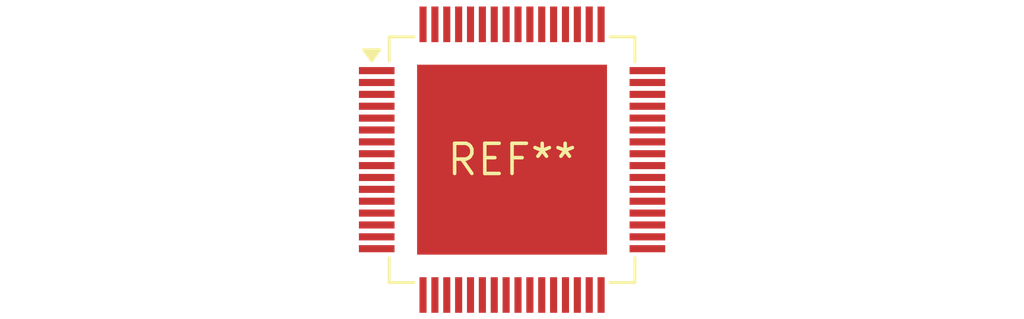
<source format=kicad_pcb>
(kicad_pcb (version 20240108) (generator pcbnew)
  (layers (0 "F.Cu" signal) (31 "B.Cu" signal) (34 "B.Paste" user) (35 "F.Paste" user) (36 "B.SilkS" user "B.Silkscreen") (37 "F.SilkS" user "F.Silkscreen") (38 "B.Mask" user) (39 "F.Mask" user) (44 "Edge.Cuts" user))
  (net 0 "")
  (footprint "TQFP-64-1EP_10x10mm_P0.5mm_EP8x8mm" (layer "F.Cu") (at 0 0)
    (property "Reference" "REF**")
    (property "Value" "TQFP-64-1EP_10x10mm_P0.5mm_EP8x8mm")
    (fp_line (start -5.175 -5.175) (end -5.175 -4.16) (layer "F.SilkS") (stroke (width 0.12)))
    (fp_line (start -5.175 -5.175) (end -4.125 -5.175) (layer "F.SilkS") (stroke (width 0.12)))
    (fp_line (start -5.175 5.175) (end -5.175 4.125) (layer "F.SilkS") (stroke (width 0.12)))
    (fp_line (start -5.175 5.175) (end -4.125 5.175) (layer "F.SilkS") (stroke (width 0.12)))
    (fp_line (start 5.175 -5.175) (end 4.125 -5.175) (layer "F.SilkS") (stroke (width 0.12)))
    (fp_line (start 5.175 -5.175) (end 5.175 -4.125) (layer "F.SilkS") (stroke (width 0.12)))
    (fp_line (start 5.175 5.175) (end 4.125 5.175) (layer "F.SilkS") (stroke (width 0.12)))
    (fp_line (start 5.175 5.175) (end 5.175 4.125) (layer "F.SilkS") (stroke (width 0.12)))
    (fp_poly (pts (xy -5.91 -4.16) (xy -6.25 -4.63) (xy -5.57 -4.63) (xy -5.91 -4.16)) (layer "F.SilkS") (stroke (width 0.12)) (fill solid))
    (pad "1" smd rect (at -5.7 -3.75) (size 1.5 0.3) (layers "F.Cu" "F.Paste" "F.Mask"))
    (pad "2" smd rect (at -5.7 -3.25) (size 1.5 0.3) (layers "F.Cu" "F.Paste" "F.Mask"))
    (pad "3" smd rect (at -5.7 -2.75) (size 1.5 0.3) (layers "F.Cu" "F.Paste" "F.Mask"))
    (pad "4" smd rect (at -5.7 -2.25) (size 1.5 0.3) (layers "F.Cu" "F.Paste" "F.Mask"))
    (pad "5" smd rect (at -5.7 -1.75) (size 1.5 0.3) (layers "F.Cu" "F.Paste" "F.Mask"))
    (pad "6" smd rect (at -5.7 -1.25) (size 1.5 0.3) (layers "F.Cu" "F.Paste" "F.Mask"))
    (pad "7" smd rect (at -5.7 -0.75) (size 1.5 0.3) (layers "F.Cu" "F.Paste" "F.Mask"))
    (pad "8" smd rect (at -5.7 -0.25) (size 1.5 0.3) (layers "F.Cu" "F.Paste" "F.Mask"))
    (pad "9" smd rect (at -5.7 0.25) (size 1.5 0.3) (layers "F.Cu" "F.Paste" "F.Mask"))
    (pad "10" smd rect (at -5.7 0.75) (size 1.5 0.3) (layers "F.Cu" "F.Paste" "F.Mask"))
    (pad "11" smd rect (at -5.7 1.25) (size 1.5 0.3) (layers "F.Cu" "F.Paste" "F.Mask"))
    (pad "12" smd rect (at -5.7 1.75) (size 1.5 0.3) (layers "F.Cu" "F.Paste" "F.Mask"))
    (pad "13" smd rect (at -5.7 2.25) (size 1.5 0.3) (layers "F.Cu" "F.Paste" "F.Mask"))
    (pad "14" smd rect (at -5.7 2.75) (size 1.5 0.3) (layers "F.Cu" "F.Paste" "F.Mask"))
    (pad "15" smd rect (at -5.7 3.25) (size 1.5 0.3) (layers "F.Cu" "F.Paste" "F.Mask"))
    (pad "16" smd rect (at -5.7 3.75) (size 1.5 0.3) (layers "F.Cu" "F.Paste" "F.Mask"))
    (pad "17" smd rect (at -3.75 5.7 90) (size 1.5 0.3) (layers "F.Cu" "F.Paste" "F.Mask"))
    (pad "18" smd rect (at -3.25 5.7 90) (size 1.5 0.3) (layers "F.Cu" "F.Paste" "F.Mask"))
    (pad "19" smd rect (at -2.75 5.7 90) (size 1.5 0.3) (layers "F.Cu" "F.Paste" "F.Mask"))
    (pad "20" smd rect (at -2.25 5.7 90) (size 1.5 0.3) (layers "F.Cu" "F.Paste" "F.Mask"))
    (pad "21" smd rect (at -1.75 5.7 90) (size 1.5 0.3) (layers "F.Cu" "F.Paste" "F.Mask"))
    (pad "22" smd rect (at -1.25 5.7 90) (size 1.5 0.3) (layers "F.Cu" "F.Paste" "F.Mask"))
    (pad "23" smd rect (at -0.75 5.7 90) (size 1.5 0.3) (layers "F.Cu" "F.Paste" "F.Mask"))
    (pad "24" smd rect (at -0.25 5.7 90) (size 1.5 0.3) (layers "F.Cu" "F.Paste" "F.Mask"))
    (pad "25" smd rect (at 0.25 5.7 90) (size 1.5 0.3) (layers "F.Cu" "F.Paste" "F.Mask"))
    (pad "26" smd rect (at 0.75 5.7 90) (size 1.5 0.3) (layers "F.Cu" "F.Paste" "F.Mask"))
    (pad "27" smd rect (at 1.25 5.7 90) (size 1.5 0.3) (layers "F.Cu" "F.Paste" "F.Mask"))
    (pad "28" smd rect (at 1.75 5.7 90) (size 1.5 0.3) (layers "F.Cu" "F.Paste" "F.Mask"))
    (pad "29" smd rect (at 2.25 5.7 90) (size 1.5 0.3) (layers "F.Cu" "F.Paste" "F.Mask"))
    (pad "30" smd rect (at 2.75 5.7 90) (size 1.5 0.3) (layers "F.Cu" "F.Paste" "F.Mask"))
    (pad "31" smd rect (at 3.25 5.7 90) (size 1.5 0.3) (layers "F.Cu" "F.Paste" "F.Mask"))
    (pad "32" smd rect (at 3.75 5.7 90) (size 1.5 0.3) (layers "F.Cu" "F.Paste" "F.Mask"))
    (pad "33" smd rect (at 5.7 3.75) (size 1.5 0.3) (layers "F.Cu" "F.Paste" "F.Mask"))
    (pad "34" smd rect (at 5.7 3.25) (size 1.5 0.3) (layers "F.Cu" "F.Paste" "F.Mask"))
    (pad "35" smd rect (at 5.7 2.75) (size 1.5 0.3) (layers "F.Cu" "F.Paste" "F.Mask"))
    (pad "36" smd rect (at 5.7 2.25) (size 1.5 0.3) (layers "F.Cu" "F.Paste" "F.Mask"))
    (pad "37" smd rect (at 5.7 1.75) (size 1.5 0.3) (layers "F.Cu" "F.Paste" "F.Mask"))
    (pad "38" smd rect (at 5.7 1.25) (size 1.5 0.3) (layers "F.Cu" "F.Paste" "F.Mask"))
    (pad "39" smd rect (at 5.7 0.75) (size 1.5 0.3) (layers "F.Cu" "F.Paste" "F.Mask"))
    (pad "40" smd rect (at 5.7 0.25) (size 1.5 0.3) (layers "F.Cu" "F.Paste" "F.Mask"))
    (pad "41" smd rect (at 5.7 -0.25) (size 1.5 0.3) (layers "F.Cu" "F.Paste" "F.Mask"))
    (pad "42" smd rect (at 5.7 -0.75) (size 1.5 0.3) (layers "F.Cu" "F.Paste" "F.Mask"))
    (pad "43" smd rect (at 5.7 -1.25) (size 1.5 0.3) (layers "F.Cu" "F.Paste" "F.Mask"))
    (pad "44" smd rect (at 5.7 -1.75) (size 1.5 0.3) (layers "F.Cu" "F.Paste" "F.Mask"))
    (pad "45" smd rect (at 5.7 -2.25) (size 1.5 0.3) (layers "F.Cu" "F.Paste" "F.Mask"))
    (pad "46" smd rect (at 5.7 -2.75) (size 1.5 0.3) (layers "F.Cu" "F.Paste" "F.Mask"))
    (pad "47" smd rect (at 5.7 -3.25) (size 1.5 0.3) (layers "F.Cu" "F.Paste" "F.Mask"))
    (pad "48" smd rect (at 5.7 -3.75) (size 1.5 0.3) (layers "F.Cu" "F.Paste" "F.Mask"))
    (pad "49" smd rect (at 3.75 -5.7 90) (size 1.5 0.3) (layers "F.Cu" "F.Paste" "F.Mask"))
    (pad "50" smd rect (at 3.25 -5.7 90) (size 1.5 0.3) (layers "F.Cu" "F.Paste" "F.Mask"))
    (pad "51" smd rect (at 2.75 -5.7 90) (size 1.5 0.3) (layers "F.Cu" "F.Paste" "F.Mask"))
    (pad "52" smd rect (at 2.25 -5.7 90) (size 1.5 0.3) (layers "F.Cu" "F.Paste" "F.Mask"))
    (pad "53" smd rect (at 1.75 -5.7 90) (size 1.5 0.3) (layers "F.Cu" "F.Paste" "F.Mask"))
    (pad "54" smd rect (at 1.25 -5.7 90) (size 1.5 0.3) (layers "F.Cu" "F.Paste" "F.Mask"))
    (pad "55" smd rect (at 0.75 -5.7 90) (size 1.5 0.3) (layers "F.Cu" "F.Paste" "F.Mask"))
    (pad "56" smd rect (at 0.25 -5.7 90) (size 1.5 0.3) (layers "F.Cu" "F.Paste" "F.Mask"))
    (pad "57" smd rect (at -0.25 -5.7 90) (size 1.5 0.3) (layers "F.Cu" "F.Paste" "F.Mask"))
    (pad "58" smd rect (at -0.75 -5.7 90) (size 1.5 0.3) (layers "F.Cu" "F.Paste" "F.Mask"))
    (pad "59" smd rect (at -1.25 -5.7 90) (size 1.5 0.3) (layers "F.Cu" "F.Paste" "F.Mask"))
    (pad "60" smd rect (at -1.75 -5.7 90) (size 1.5 0.3) (layers "F.Cu" "F.Paste" "F.Mask"))
    (pad "61" smd rect (at -2.25 -5.7 90) (size 1.5 0.3) (layers "F.Cu" "F.Paste" "F.Mask"))
    (pad "62" smd rect (at -2.75 -5.7 90) (size 1.5 0.3) (layers "F.Cu" "F.Paste" "F.Mask"))
    (pad "63" smd rect (at -3.25 -5.7 90) (size 1.5 0.3) (layers "F.Cu" "F.Paste" "F.Mask"))
    (pad "64" smd rect (at -3.75 -5.7 90) (size 1.5 0.3) (layers "F.Cu" "F.Paste" "F.Mask"))
    (pad "65" smd rect (at 0 0) (size 8 8) (layers "F.Cu" "F.Mask"))
  )
)
</source>
